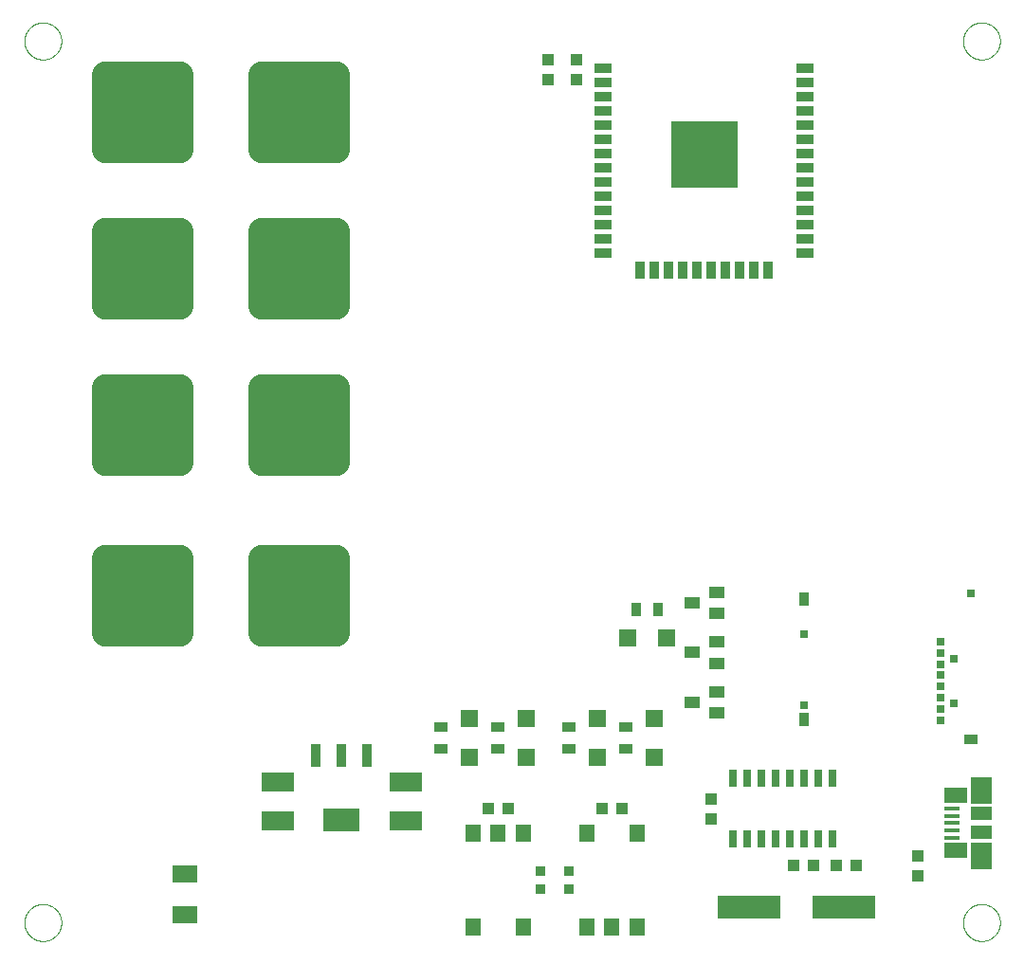
<source format=gtp>
G75*
%MOIN*%
%OFA0B0*%
%FSLAX25Y25*%
%IPPOS*%
%LPD*%
%AMOC8*
5,1,8,0,0,1.08239X$1,22.5*
%
%ADD10R,0.03937X0.03937*%
%ADD11C,0.08858*%
%ADD12C,0.00500*%
%ADD13R,0.11811X0.07087*%
%ADD14R,0.06299X0.05906*%
%ADD15R,0.08583X0.05984*%
%ADD16R,0.03799X0.03799*%
%ADD17R,0.05118X0.03543*%
%ADD18R,0.05512X0.06299*%
%ADD19R,0.05433X0.01772*%
%ADD20R,0.08268X0.05807*%
%ADD21R,0.07480X0.04626*%
%ADD22R,0.07480X0.09350*%
%ADD23R,0.02500X0.06000*%
%ADD24R,0.05906X0.03543*%
%ADD25R,0.03543X0.05906*%
%ADD26R,0.23622X0.23622*%
%ADD27R,0.12795X0.08465*%
%ADD28R,0.03740X0.08465*%
%ADD29R,0.22047X0.08268*%
%ADD30C,0.00000*%
%ADD31R,0.05512X0.03937*%
%ADD32R,0.03543X0.05118*%
%ADD33R,0.05906X0.06299*%
%ADD34R,0.02953X0.02756*%
%ADD35R,0.02559X0.02756*%
%ADD36R,0.04528X0.03366*%
%ADD37R,0.03346X0.04724*%
%ADD38R,0.02953X0.02559*%
%ADD39R,0.03346X0.05118*%
D10*
X0200433Y0088933D03*
X0207433Y0088933D03*
X0240433Y0088933D03*
X0247433Y0088933D03*
X0278933Y0085433D03*
X0278933Y0092433D03*
X0307933Y0068933D03*
X0314933Y0068933D03*
X0322933Y0068933D03*
X0329933Y0068933D03*
X0351433Y0065433D03*
X0351433Y0072433D03*
X0231433Y0345433D03*
X0231433Y0352433D03*
X0221433Y0352433D03*
X0221433Y0345433D03*
D11*
X0147220Y0347220D02*
X0120646Y0347220D01*
X0147220Y0347220D02*
X0147220Y0320646D01*
X0120646Y0320646D01*
X0120646Y0347220D01*
X0120646Y0329503D02*
X0147220Y0329503D01*
X0147220Y0338360D02*
X0120646Y0338360D01*
X0120646Y0347217D02*
X0147220Y0347217D01*
X0092220Y0347220D02*
X0065646Y0347220D01*
X0092220Y0347220D02*
X0092220Y0320646D01*
X0065646Y0320646D01*
X0065646Y0347220D01*
X0065646Y0329503D02*
X0092220Y0329503D01*
X0092220Y0338360D02*
X0065646Y0338360D01*
X0065646Y0347217D02*
X0092220Y0347217D01*
X0092220Y0265646D02*
X0065646Y0265646D01*
X0065646Y0292220D01*
X0092220Y0292220D01*
X0092220Y0265646D01*
X0092220Y0274503D02*
X0065646Y0274503D01*
X0065646Y0283360D02*
X0092220Y0283360D01*
X0092220Y0292217D02*
X0065646Y0292217D01*
X0120646Y0265646D02*
X0147220Y0265646D01*
X0120646Y0265646D02*
X0120646Y0292220D01*
X0147220Y0292220D01*
X0147220Y0265646D01*
X0147220Y0274503D02*
X0120646Y0274503D01*
X0120646Y0283360D02*
X0147220Y0283360D01*
X0147220Y0292217D02*
X0120646Y0292217D01*
X0120646Y0210646D02*
X0147220Y0210646D01*
X0120646Y0210646D02*
X0120646Y0237220D01*
X0147220Y0237220D01*
X0147220Y0210646D01*
X0147220Y0219503D02*
X0120646Y0219503D01*
X0120646Y0228360D02*
X0147220Y0228360D01*
X0147220Y0237217D02*
X0120646Y0237217D01*
X0092220Y0210646D02*
X0065646Y0210646D01*
X0065646Y0237220D01*
X0092220Y0237220D01*
X0092220Y0210646D01*
X0092220Y0219503D02*
X0065646Y0219503D01*
X0065646Y0228360D02*
X0092220Y0228360D01*
X0092220Y0237217D02*
X0065646Y0237217D01*
X0065646Y0150646D02*
X0092220Y0150646D01*
X0065646Y0150646D02*
X0065646Y0177220D01*
X0092220Y0177220D01*
X0092220Y0150646D01*
X0092220Y0159503D02*
X0065646Y0159503D01*
X0065646Y0168360D02*
X0092220Y0168360D01*
X0092220Y0177217D02*
X0065646Y0177217D01*
X0120646Y0150646D02*
X0147220Y0150646D01*
X0120646Y0150646D02*
X0120646Y0177220D01*
X0147220Y0177220D01*
X0147220Y0150646D01*
X0147220Y0159503D02*
X0120646Y0159503D01*
X0120646Y0168360D02*
X0147220Y0168360D01*
X0147220Y0177217D02*
X0120646Y0177217D01*
D12*
X0133933Y0166433D02*
X0133933Y0161433D01*
X0078933Y0161433D02*
X0078933Y0166433D01*
X0078933Y0221433D02*
X0078933Y0226433D01*
X0078933Y0276433D02*
X0078933Y0281433D01*
X0078933Y0331433D02*
X0078933Y0336433D01*
X0133933Y0336433D02*
X0133933Y0331433D01*
X0133933Y0281433D02*
X0133933Y0276433D01*
X0133933Y0226433D02*
X0133933Y0221433D01*
D13*
X0126433Y0098224D03*
X0126433Y0084642D03*
X0171433Y0084642D03*
X0171433Y0098224D03*
D14*
X0193933Y0107043D03*
X0193933Y0120823D03*
X0213933Y0120823D03*
X0213933Y0107043D03*
X0238933Y0107043D03*
X0238933Y0120823D03*
X0258933Y0120823D03*
X0258933Y0107043D03*
D15*
X0093933Y0066138D03*
X0093933Y0051728D03*
D16*
X0218933Y0060833D03*
X0218933Y0067033D03*
X0228933Y0067033D03*
X0228933Y0060833D03*
D17*
X0228933Y0110193D03*
X0228933Y0117673D03*
X0248933Y0117673D03*
X0248933Y0110193D03*
X0203933Y0110193D03*
X0203933Y0117673D03*
X0183933Y0117673D03*
X0183933Y0110193D03*
D18*
X0195075Y0080469D03*
X0203933Y0080469D03*
X0212791Y0080469D03*
X0235075Y0080469D03*
X0252791Y0080469D03*
X0252791Y0047398D03*
X0243933Y0047398D03*
X0235075Y0047398D03*
X0212791Y0047398D03*
X0195075Y0047398D03*
D19*
X0363657Y0078815D03*
X0363657Y0081374D03*
X0363657Y0083933D03*
X0363657Y0086492D03*
X0363657Y0089051D03*
D20*
X0364878Y0093628D03*
X0364878Y0074238D03*
D21*
X0373933Y0080636D03*
X0373933Y0087230D03*
D22*
X0373933Y0095400D03*
X0373933Y0072467D03*
D23*
X0321433Y0078323D03*
X0316433Y0078323D03*
X0311433Y0078323D03*
X0306433Y0078323D03*
X0301433Y0078323D03*
X0296433Y0078323D03*
X0291433Y0078323D03*
X0286433Y0078323D03*
X0286433Y0099543D03*
X0291433Y0099543D03*
X0296433Y0099543D03*
X0301433Y0099543D03*
X0306433Y0099543D03*
X0311433Y0099543D03*
X0316433Y0099543D03*
X0321433Y0099543D03*
D24*
X0311866Y0284248D03*
X0311866Y0289248D03*
X0311866Y0294248D03*
X0311866Y0299248D03*
X0311866Y0304248D03*
X0311866Y0309248D03*
X0311866Y0314248D03*
X0311866Y0319248D03*
X0311866Y0324248D03*
X0311866Y0329248D03*
X0311866Y0334248D03*
X0311866Y0339248D03*
X0311866Y0344248D03*
X0311866Y0349248D03*
X0241000Y0349248D03*
X0241000Y0344248D03*
X0241000Y0339248D03*
X0241000Y0334248D03*
X0241000Y0329248D03*
X0241000Y0324248D03*
X0241000Y0319248D03*
X0241000Y0314248D03*
X0241000Y0309248D03*
X0241000Y0304248D03*
X0241000Y0299248D03*
X0241000Y0294248D03*
X0241000Y0289248D03*
X0241000Y0284248D03*
D25*
X0253933Y0278382D03*
X0258933Y0278382D03*
X0263933Y0278382D03*
X0268933Y0278382D03*
X0273933Y0278382D03*
X0278933Y0278382D03*
X0283933Y0278382D03*
X0288933Y0278382D03*
X0293933Y0278382D03*
X0298933Y0278382D03*
D26*
X0276433Y0318933D03*
D27*
X0148933Y0085016D03*
D28*
X0148933Y0107850D03*
X0157988Y0107850D03*
X0139878Y0107850D03*
D29*
X0292201Y0054327D03*
X0325665Y0054327D03*
D30*
X0037437Y0048933D02*
X0037439Y0049094D01*
X0037445Y0049254D01*
X0037455Y0049415D01*
X0037469Y0049575D01*
X0037487Y0049734D01*
X0037508Y0049894D01*
X0037534Y0050052D01*
X0037564Y0050210D01*
X0037597Y0050367D01*
X0037635Y0050524D01*
X0037676Y0050679D01*
X0037721Y0050833D01*
X0037770Y0050986D01*
X0037823Y0051138D01*
X0037879Y0051288D01*
X0037939Y0051437D01*
X0038003Y0051585D01*
X0038070Y0051731D01*
X0038141Y0051875D01*
X0038216Y0052017D01*
X0038294Y0052158D01*
X0038375Y0052296D01*
X0038460Y0052433D01*
X0038549Y0052567D01*
X0038640Y0052699D01*
X0038735Y0052829D01*
X0038833Y0052956D01*
X0038934Y0053081D01*
X0039038Y0053204D01*
X0039145Y0053323D01*
X0039255Y0053440D01*
X0039368Y0053555D01*
X0039484Y0053666D01*
X0039602Y0053775D01*
X0039723Y0053880D01*
X0039847Y0053983D01*
X0039973Y0054083D01*
X0040102Y0054179D01*
X0040233Y0054272D01*
X0040366Y0054362D01*
X0040501Y0054449D01*
X0040639Y0054532D01*
X0040778Y0054611D01*
X0040920Y0054688D01*
X0041063Y0054761D01*
X0041208Y0054830D01*
X0041355Y0054895D01*
X0041503Y0054957D01*
X0041653Y0055016D01*
X0041804Y0055070D01*
X0041956Y0055121D01*
X0042110Y0055168D01*
X0042265Y0055211D01*
X0042420Y0055250D01*
X0042577Y0055286D01*
X0042735Y0055318D01*
X0042893Y0055345D01*
X0043052Y0055369D01*
X0043211Y0055389D01*
X0043371Y0055405D01*
X0043532Y0055417D01*
X0043692Y0055425D01*
X0043853Y0055429D01*
X0044013Y0055429D01*
X0044174Y0055425D01*
X0044334Y0055417D01*
X0044495Y0055405D01*
X0044655Y0055389D01*
X0044814Y0055369D01*
X0044973Y0055345D01*
X0045131Y0055318D01*
X0045289Y0055286D01*
X0045446Y0055250D01*
X0045601Y0055211D01*
X0045756Y0055168D01*
X0045910Y0055121D01*
X0046062Y0055070D01*
X0046213Y0055016D01*
X0046363Y0054957D01*
X0046511Y0054895D01*
X0046658Y0054830D01*
X0046803Y0054761D01*
X0046946Y0054688D01*
X0047088Y0054611D01*
X0047227Y0054532D01*
X0047365Y0054449D01*
X0047500Y0054362D01*
X0047633Y0054272D01*
X0047764Y0054179D01*
X0047893Y0054083D01*
X0048019Y0053983D01*
X0048143Y0053880D01*
X0048264Y0053775D01*
X0048382Y0053666D01*
X0048498Y0053555D01*
X0048611Y0053440D01*
X0048721Y0053323D01*
X0048828Y0053204D01*
X0048932Y0053081D01*
X0049033Y0052956D01*
X0049131Y0052829D01*
X0049226Y0052699D01*
X0049317Y0052567D01*
X0049406Y0052433D01*
X0049491Y0052296D01*
X0049572Y0052158D01*
X0049650Y0052017D01*
X0049725Y0051875D01*
X0049796Y0051731D01*
X0049863Y0051585D01*
X0049927Y0051437D01*
X0049987Y0051288D01*
X0050043Y0051138D01*
X0050096Y0050986D01*
X0050145Y0050833D01*
X0050190Y0050679D01*
X0050231Y0050524D01*
X0050269Y0050367D01*
X0050302Y0050210D01*
X0050332Y0050052D01*
X0050358Y0049894D01*
X0050379Y0049734D01*
X0050397Y0049575D01*
X0050411Y0049415D01*
X0050421Y0049254D01*
X0050427Y0049094D01*
X0050429Y0048933D01*
X0050427Y0048772D01*
X0050421Y0048612D01*
X0050411Y0048451D01*
X0050397Y0048291D01*
X0050379Y0048132D01*
X0050358Y0047972D01*
X0050332Y0047814D01*
X0050302Y0047656D01*
X0050269Y0047499D01*
X0050231Y0047342D01*
X0050190Y0047187D01*
X0050145Y0047033D01*
X0050096Y0046880D01*
X0050043Y0046728D01*
X0049987Y0046578D01*
X0049927Y0046429D01*
X0049863Y0046281D01*
X0049796Y0046135D01*
X0049725Y0045991D01*
X0049650Y0045849D01*
X0049572Y0045708D01*
X0049491Y0045570D01*
X0049406Y0045433D01*
X0049317Y0045299D01*
X0049226Y0045167D01*
X0049131Y0045037D01*
X0049033Y0044910D01*
X0048932Y0044785D01*
X0048828Y0044662D01*
X0048721Y0044543D01*
X0048611Y0044426D01*
X0048498Y0044311D01*
X0048382Y0044200D01*
X0048264Y0044091D01*
X0048143Y0043986D01*
X0048019Y0043883D01*
X0047893Y0043783D01*
X0047764Y0043687D01*
X0047633Y0043594D01*
X0047500Y0043504D01*
X0047365Y0043417D01*
X0047227Y0043334D01*
X0047088Y0043255D01*
X0046946Y0043178D01*
X0046803Y0043105D01*
X0046658Y0043036D01*
X0046511Y0042971D01*
X0046363Y0042909D01*
X0046213Y0042850D01*
X0046062Y0042796D01*
X0045910Y0042745D01*
X0045756Y0042698D01*
X0045601Y0042655D01*
X0045446Y0042616D01*
X0045289Y0042580D01*
X0045131Y0042548D01*
X0044973Y0042521D01*
X0044814Y0042497D01*
X0044655Y0042477D01*
X0044495Y0042461D01*
X0044334Y0042449D01*
X0044174Y0042441D01*
X0044013Y0042437D01*
X0043853Y0042437D01*
X0043692Y0042441D01*
X0043532Y0042449D01*
X0043371Y0042461D01*
X0043211Y0042477D01*
X0043052Y0042497D01*
X0042893Y0042521D01*
X0042735Y0042548D01*
X0042577Y0042580D01*
X0042420Y0042616D01*
X0042265Y0042655D01*
X0042110Y0042698D01*
X0041956Y0042745D01*
X0041804Y0042796D01*
X0041653Y0042850D01*
X0041503Y0042909D01*
X0041355Y0042971D01*
X0041208Y0043036D01*
X0041063Y0043105D01*
X0040920Y0043178D01*
X0040778Y0043255D01*
X0040639Y0043334D01*
X0040501Y0043417D01*
X0040366Y0043504D01*
X0040233Y0043594D01*
X0040102Y0043687D01*
X0039973Y0043783D01*
X0039847Y0043883D01*
X0039723Y0043986D01*
X0039602Y0044091D01*
X0039484Y0044200D01*
X0039368Y0044311D01*
X0039255Y0044426D01*
X0039145Y0044543D01*
X0039038Y0044662D01*
X0038934Y0044785D01*
X0038833Y0044910D01*
X0038735Y0045037D01*
X0038640Y0045167D01*
X0038549Y0045299D01*
X0038460Y0045433D01*
X0038375Y0045570D01*
X0038294Y0045708D01*
X0038216Y0045849D01*
X0038141Y0045991D01*
X0038070Y0046135D01*
X0038003Y0046281D01*
X0037939Y0046429D01*
X0037879Y0046578D01*
X0037823Y0046728D01*
X0037770Y0046880D01*
X0037721Y0047033D01*
X0037676Y0047187D01*
X0037635Y0047342D01*
X0037597Y0047499D01*
X0037564Y0047656D01*
X0037534Y0047814D01*
X0037508Y0047972D01*
X0037487Y0048132D01*
X0037469Y0048291D01*
X0037455Y0048451D01*
X0037445Y0048612D01*
X0037439Y0048772D01*
X0037437Y0048933D01*
X0037437Y0358933D02*
X0037439Y0359094D01*
X0037445Y0359254D01*
X0037455Y0359415D01*
X0037469Y0359575D01*
X0037487Y0359734D01*
X0037508Y0359894D01*
X0037534Y0360052D01*
X0037564Y0360210D01*
X0037597Y0360367D01*
X0037635Y0360524D01*
X0037676Y0360679D01*
X0037721Y0360833D01*
X0037770Y0360986D01*
X0037823Y0361138D01*
X0037879Y0361288D01*
X0037939Y0361437D01*
X0038003Y0361585D01*
X0038070Y0361731D01*
X0038141Y0361875D01*
X0038216Y0362017D01*
X0038294Y0362158D01*
X0038375Y0362296D01*
X0038460Y0362433D01*
X0038549Y0362567D01*
X0038640Y0362699D01*
X0038735Y0362829D01*
X0038833Y0362956D01*
X0038934Y0363081D01*
X0039038Y0363204D01*
X0039145Y0363323D01*
X0039255Y0363440D01*
X0039368Y0363555D01*
X0039484Y0363666D01*
X0039602Y0363775D01*
X0039723Y0363880D01*
X0039847Y0363983D01*
X0039973Y0364083D01*
X0040102Y0364179D01*
X0040233Y0364272D01*
X0040366Y0364362D01*
X0040501Y0364449D01*
X0040639Y0364532D01*
X0040778Y0364611D01*
X0040920Y0364688D01*
X0041063Y0364761D01*
X0041208Y0364830D01*
X0041355Y0364895D01*
X0041503Y0364957D01*
X0041653Y0365016D01*
X0041804Y0365070D01*
X0041956Y0365121D01*
X0042110Y0365168D01*
X0042265Y0365211D01*
X0042420Y0365250D01*
X0042577Y0365286D01*
X0042735Y0365318D01*
X0042893Y0365345D01*
X0043052Y0365369D01*
X0043211Y0365389D01*
X0043371Y0365405D01*
X0043532Y0365417D01*
X0043692Y0365425D01*
X0043853Y0365429D01*
X0044013Y0365429D01*
X0044174Y0365425D01*
X0044334Y0365417D01*
X0044495Y0365405D01*
X0044655Y0365389D01*
X0044814Y0365369D01*
X0044973Y0365345D01*
X0045131Y0365318D01*
X0045289Y0365286D01*
X0045446Y0365250D01*
X0045601Y0365211D01*
X0045756Y0365168D01*
X0045910Y0365121D01*
X0046062Y0365070D01*
X0046213Y0365016D01*
X0046363Y0364957D01*
X0046511Y0364895D01*
X0046658Y0364830D01*
X0046803Y0364761D01*
X0046946Y0364688D01*
X0047088Y0364611D01*
X0047227Y0364532D01*
X0047365Y0364449D01*
X0047500Y0364362D01*
X0047633Y0364272D01*
X0047764Y0364179D01*
X0047893Y0364083D01*
X0048019Y0363983D01*
X0048143Y0363880D01*
X0048264Y0363775D01*
X0048382Y0363666D01*
X0048498Y0363555D01*
X0048611Y0363440D01*
X0048721Y0363323D01*
X0048828Y0363204D01*
X0048932Y0363081D01*
X0049033Y0362956D01*
X0049131Y0362829D01*
X0049226Y0362699D01*
X0049317Y0362567D01*
X0049406Y0362433D01*
X0049491Y0362296D01*
X0049572Y0362158D01*
X0049650Y0362017D01*
X0049725Y0361875D01*
X0049796Y0361731D01*
X0049863Y0361585D01*
X0049927Y0361437D01*
X0049987Y0361288D01*
X0050043Y0361138D01*
X0050096Y0360986D01*
X0050145Y0360833D01*
X0050190Y0360679D01*
X0050231Y0360524D01*
X0050269Y0360367D01*
X0050302Y0360210D01*
X0050332Y0360052D01*
X0050358Y0359894D01*
X0050379Y0359734D01*
X0050397Y0359575D01*
X0050411Y0359415D01*
X0050421Y0359254D01*
X0050427Y0359094D01*
X0050429Y0358933D01*
X0050427Y0358772D01*
X0050421Y0358612D01*
X0050411Y0358451D01*
X0050397Y0358291D01*
X0050379Y0358132D01*
X0050358Y0357972D01*
X0050332Y0357814D01*
X0050302Y0357656D01*
X0050269Y0357499D01*
X0050231Y0357342D01*
X0050190Y0357187D01*
X0050145Y0357033D01*
X0050096Y0356880D01*
X0050043Y0356728D01*
X0049987Y0356578D01*
X0049927Y0356429D01*
X0049863Y0356281D01*
X0049796Y0356135D01*
X0049725Y0355991D01*
X0049650Y0355849D01*
X0049572Y0355708D01*
X0049491Y0355570D01*
X0049406Y0355433D01*
X0049317Y0355299D01*
X0049226Y0355167D01*
X0049131Y0355037D01*
X0049033Y0354910D01*
X0048932Y0354785D01*
X0048828Y0354662D01*
X0048721Y0354543D01*
X0048611Y0354426D01*
X0048498Y0354311D01*
X0048382Y0354200D01*
X0048264Y0354091D01*
X0048143Y0353986D01*
X0048019Y0353883D01*
X0047893Y0353783D01*
X0047764Y0353687D01*
X0047633Y0353594D01*
X0047500Y0353504D01*
X0047365Y0353417D01*
X0047227Y0353334D01*
X0047088Y0353255D01*
X0046946Y0353178D01*
X0046803Y0353105D01*
X0046658Y0353036D01*
X0046511Y0352971D01*
X0046363Y0352909D01*
X0046213Y0352850D01*
X0046062Y0352796D01*
X0045910Y0352745D01*
X0045756Y0352698D01*
X0045601Y0352655D01*
X0045446Y0352616D01*
X0045289Y0352580D01*
X0045131Y0352548D01*
X0044973Y0352521D01*
X0044814Y0352497D01*
X0044655Y0352477D01*
X0044495Y0352461D01*
X0044334Y0352449D01*
X0044174Y0352441D01*
X0044013Y0352437D01*
X0043853Y0352437D01*
X0043692Y0352441D01*
X0043532Y0352449D01*
X0043371Y0352461D01*
X0043211Y0352477D01*
X0043052Y0352497D01*
X0042893Y0352521D01*
X0042735Y0352548D01*
X0042577Y0352580D01*
X0042420Y0352616D01*
X0042265Y0352655D01*
X0042110Y0352698D01*
X0041956Y0352745D01*
X0041804Y0352796D01*
X0041653Y0352850D01*
X0041503Y0352909D01*
X0041355Y0352971D01*
X0041208Y0353036D01*
X0041063Y0353105D01*
X0040920Y0353178D01*
X0040778Y0353255D01*
X0040639Y0353334D01*
X0040501Y0353417D01*
X0040366Y0353504D01*
X0040233Y0353594D01*
X0040102Y0353687D01*
X0039973Y0353783D01*
X0039847Y0353883D01*
X0039723Y0353986D01*
X0039602Y0354091D01*
X0039484Y0354200D01*
X0039368Y0354311D01*
X0039255Y0354426D01*
X0039145Y0354543D01*
X0039038Y0354662D01*
X0038934Y0354785D01*
X0038833Y0354910D01*
X0038735Y0355037D01*
X0038640Y0355167D01*
X0038549Y0355299D01*
X0038460Y0355433D01*
X0038375Y0355570D01*
X0038294Y0355708D01*
X0038216Y0355849D01*
X0038141Y0355991D01*
X0038070Y0356135D01*
X0038003Y0356281D01*
X0037939Y0356429D01*
X0037879Y0356578D01*
X0037823Y0356728D01*
X0037770Y0356880D01*
X0037721Y0357033D01*
X0037676Y0357187D01*
X0037635Y0357342D01*
X0037597Y0357499D01*
X0037564Y0357656D01*
X0037534Y0357814D01*
X0037508Y0357972D01*
X0037487Y0358132D01*
X0037469Y0358291D01*
X0037455Y0358451D01*
X0037445Y0358612D01*
X0037439Y0358772D01*
X0037437Y0358933D01*
X0367437Y0358933D02*
X0367439Y0359094D01*
X0367445Y0359254D01*
X0367455Y0359415D01*
X0367469Y0359575D01*
X0367487Y0359734D01*
X0367508Y0359894D01*
X0367534Y0360052D01*
X0367564Y0360210D01*
X0367597Y0360367D01*
X0367635Y0360524D01*
X0367676Y0360679D01*
X0367721Y0360833D01*
X0367770Y0360986D01*
X0367823Y0361138D01*
X0367879Y0361288D01*
X0367939Y0361437D01*
X0368003Y0361585D01*
X0368070Y0361731D01*
X0368141Y0361875D01*
X0368216Y0362017D01*
X0368294Y0362158D01*
X0368375Y0362296D01*
X0368460Y0362433D01*
X0368549Y0362567D01*
X0368640Y0362699D01*
X0368735Y0362829D01*
X0368833Y0362956D01*
X0368934Y0363081D01*
X0369038Y0363204D01*
X0369145Y0363323D01*
X0369255Y0363440D01*
X0369368Y0363555D01*
X0369484Y0363666D01*
X0369602Y0363775D01*
X0369723Y0363880D01*
X0369847Y0363983D01*
X0369973Y0364083D01*
X0370102Y0364179D01*
X0370233Y0364272D01*
X0370366Y0364362D01*
X0370501Y0364449D01*
X0370639Y0364532D01*
X0370778Y0364611D01*
X0370920Y0364688D01*
X0371063Y0364761D01*
X0371208Y0364830D01*
X0371355Y0364895D01*
X0371503Y0364957D01*
X0371653Y0365016D01*
X0371804Y0365070D01*
X0371956Y0365121D01*
X0372110Y0365168D01*
X0372265Y0365211D01*
X0372420Y0365250D01*
X0372577Y0365286D01*
X0372735Y0365318D01*
X0372893Y0365345D01*
X0373052Y0365369D01*
X0373211Y0365389D01*
X0373371Y0365405D01*
X0373532Y0365417D01*
X0373692Y0365425D01*
X0373853Y0365429D01*
X0374013Y0365429D01*
X0374174Y0365425D01*
X0374334Y0365417D01*
X0374495Y0365405D01*
X0374655Y0365389D01*
X0374814Y0365369D01*
X0374973Y0365345D01*
X0375131Y0365318D01*
X0375289Y0365286D01*
X0375446Y0365250D01*
X0375601Y0365211D01*
X0375756Y0365168D01*
X0375910Y0365121D01*
X0376062Y0365070D01*
X0376213Y0365016D01*
X0376363Y0364957D01*
X0376511Y0364895D01*
X0376658Y0364830D01*
X0376803Y0364761D01*
X0376946Y0364688D01*
X0377088Y0364611D01*
X0377227Y0364532D01*
X0377365Y0364449D01*
X0377500Y0364362D01*
X0377633Y0364272D01*
X0377764Y0364179D01*
X0377893Y0364083D01*
X0378019Y0363983D01*
X0378143Y0363880D01*
X0378264Y0363775D01*
X0378382Y0363666D01*
X0378498Y0363555D01*
X0378611Y0363440D01*
X0378721Y0363323D01*
X0378828Y0363204D01*
X0378932Y0363081D01*
X0379033Y0362956D01*
X0379131Y0362829D01*
X0379226Y0362699D01*
X0379317Y0362567D01*
X0379406Y0362433D01*
X0379491Y0362296D01*
X0379572Y0362158D01*
X0379650Y0362017D01*
X0379725Y0361875D01*
X0379796Y0361731D01*
X0379863Y0361585D01*
X0379927Y0361437D01*
X0379987Y0361288D01*
X0380043Y0361138D01*
X0380096Y0360986D01*
X0380145Y0360833D01*
X0380190Y0360679D01*
X0380231Y0360524D01*
X0380269Y0360367D01*
X0380302Y0360210D01*
X0380332Y0360052D01*
X0380358Y0359894D01*
X0380379Y0359734D01*
X0380397Y0359575D01*
X0380411Y0359415D01*
X0380421Y0359254D01*
X0380427Y0359094D01*
X0380429Y0358933D01*
X0380427Y0358772D01*
X0380421Y0358612D01*
X0380411Y0358451D01*
X0380397Y0358291D01*
X0380379Y0358132D01*
X0380358Y0357972D01*
X0380332Y0357814D01*
X0380302Y0357656D01*
X0380269Y0357499D01*
X0380231Y0357342D01*
X0380190Y0357187D01*
X0380145Y0357033D01*
X0380096Y0356880D01*
X0380043Y0356728D01*
X0379987Y0356578D01*
X0379927Y0356429D01*
X0379863Y0356281D01*
X0379796Y0356135D01*
X0379725Y0355991D01*
X0379650Y0355849D01*
X0379572Y0355708D01*
X0379491Y0355570D01*
X0379406Y0355433D01*
X0379317Y0355299D01*
X0379226Y0355167D01*
X0379131Y0355037D01*
X0379033Y0354910D01*
X0378932Y0354785D01*
X0378828Y0354662D01*
X0378721Y0354543D01*
X0378611Y0354426D01*
X0378498Y0354311D01*
X0378382Y0354200D01*
X0378264Y0354091D01*
X0378143Y0353986D01*
X0378019Y0353883D01*
X0377893Y0353783D01*
X0377764Y0353687D01*
X0377633Y0353594D01*
X0377500Y0353504D01*
X0377365Y0353417D01*
X0377227Y0353334D01*
X0377088Y0353255D01*
X0376946Y0353178D01*
X0376803Y0353105D01*
X0376658Y0353036D01*
X0376511Y0352971D01*
X0376363Y0352909D01*
X0376213Y0352850D01*
X0376062Y0352796D01*
X0375910Y0352745D01*
X0375756Y0352698D01*
X0375601Y0352655D01*
X0375446Y0352616D01*
X0375289Y0352580D01*
X0375131Y0352548D01*
X0374973Y0352521D01*
X0374814Y0352497D01*
X0374655Y0352477D01*
X0374495Y0352461D01*
X0374334Y0352449D01*
X0374174Y0352441D01*
X0374013Y0352437D01*
X0373853Y0352437D01*
X0373692Y0352441D01*
X0373532Y0352449D01*
X0373371Y0352461D01*
X0373211Y0352477D01*
X0373052Y0352497D01*
X0372893Y0352521D01*
X0372735Y0352548D01*
X0372577Y0352580D01*
X0372420Y0352616D01*
X0372265Y0352655D01*
X0372110Y0352698D01*
X0371956Y0352745D01*
X0371804Y0352796D01*
X0371653Y0352850D01*
X0371503Y0352909D01*
X0371355Y0352971D01*
X0371208Y0353036D01*
X0371063Y0353105D01*
X0370920Y0353178D01*
X0370778Y0353255D01*
X0370639Y0353334D01*
X0370501Y0353417D01*
X0370366Y0353504D01*
X0370233Y0353594D01*
X0370102Y0353687D01*
X0369973Y0353783D01*
X0369847Y0353883D01*
X0369723Y0353986D01*
X0369602Y0354091D01*
X0369484Y0354200D01*
X0369368Y0354311D01*
X0369255Y0354426D01*
X0369145Y0354543D01*
X0369038Y0354662D01*
X0368934Y0354785D01*
X0368833Y0354910D01*
X0368735Y0355037D01*
X0368640Y0355167D01*
X0368549Y0355299D01*
X0368460Y0355433D01*
X0368375Y0355570D01*
X0368294Y0355708D01*
X0368216Y0355849D01*
X0368141Y0355991D01*
X0368070Y0356135D01*
X0368003Y0356281D01*
X0367939Y0356429D01*
X0367879Y0356578D01*
X0367823Y0356728D01*
X0367770Y0356880D01*
X0367721Y0357033D01*
X0367676Y0357187D01*
X0367635Y0357342D01*
X0367597Y0357499D01*
X0367564Y0357656D01*
X0367534Y0357814D01*
X0367508Y0357972D01*
X0367487Y0358132D01*
X0367469Y0358291D01*
X0367455Y0358451D01*
X0367445Y0358612D01*
X0367439Y0358772D01*
X0367437Y0358933D01*
X0367437Y0048933D02*
X0367439Y0049094D01*
X0367445Y0049254D01*
X0367455Y0049415D01*
X0367469Y0049575D01*
X0367487Y0049734D01*
X0367508Y0049894D01*
X0367534Y0050052D01*
X0367564Y0050210D01*
X0367597Y0050367D01*
X0367635Y0050524D01*
X0367676Y0050679D01*
X0367721Y0050833D01*
X0367770Y0050986D01*
X0367823Y0051138D01*
X0367879Y0051288D01*
X0367939Y0051437D01*
X0368003Y0051585D01*
X0368070Y0051731D01*
X0368141Y0051875D01*
X0368216Y0052017D01*
X0368294Y0052158D01*
X0368375Y0052296D01*
X0368460Y0052433D01*
X0368549Y0052567D01*
X0368640Y0052699D01*
X0368735Y0052829D01*
X0368833Y0052956D01*
X0368934Y0053081D01*
X0369038Y0053204D01*
X0369145Y0053323D01*
X0369255Y0053440D01*
X0369368Y0053555D01*
X0369484Y0053666D01*
X0369602Y0053775D01*
X0369723Y0053880D01*
X0369847Y0053983D01*
X0369973Y0054083D01*
X0370102Y0054179D01*
X0370233Y0054272D01*
X0370366Y0054362D01*
X0370501Y0054449D01*
X0370639Y0054532D01*
X0370778Y0054611D01*
X0370920Y0054688D01*
X0371063Y0054761D01*
X0371208Y0054830D01*
X0371355Y0054895D01*
X0371503Y0054957D01*
X0371653Y0055016D01*
X0371804Y0055070D01*
X0371956Y0055121D01*
X0372110Y0055168D01*
X0372265Y0055211D01*
X0372420Y0055250D01*
X0372577Y0055286D01*
X0372735Y0055318D01*
X0372893Y0055345D01*
X0373052Y0055369D01*
X0373211Y0055389D01*
X0373371Y0055405D01*
X0373532Y0055417D01*
X0373692Y0055425D01*
X0373853Y0055429D01*
X0374013Y0055429D01*
X0374174Y0055425D01*
X0374334Y0055417D01*
X0374495Y0055405D01*
X0374655Y0055389D01*
X0374814Y0055369D01*
X0374973Y0055345D01*
X0375131Y0055318D01*
X0375289Y0055286D01*
X0375446Y0055250D01*
X0375601Y0055211D01*
X0375756Y0055168D01*
X0375910Y0055121D01*
X0376062Y0055070D01*
X0376213Y0055016D01*
X0376363Y0054957D01*
X0376511Y0054895D01*
X0376658Y0054830D01*
X0376803Y0054761D01*
X0376946Y0054688D01*
X0377088Y0054611D01*
X0377227Y0054532D01*
X0377365Y0054449D01*
X0377500Y0054362D01*
X0377633Y0054272D01*
X0377764Y0054179D01*
X0377893Y0054083D01*
X0378019Y0053983D01*
X0378143Y0053880D01*
X0378264Y0053775D01*
X0378382Y0053666D01*
X0378498Y0053555D01*
X0378611Y0053440D01*
X0378721Y0053323D01*
X0378828Y0053204D01*
X0378932Y0053081D01*
X0379033Y0052956D01*
X0379131Y0052829D01*
X0379226Y0052699D01*
X0379317Y0052567D01*
X0379406Y0052433D01*
X0379491Y0052296D01*
X0379572Y0052158D01*
X0379650Y0052017D01*
X0379725Y0051875D01*
X0379796Y0051731D01*
X0379863Y0051585D01*
X0379927Y0051437D01*
X0379987Y0051288D01*
X0380043Y0051138D01*
X0380096Y0050986D01*
X0380145Y0050833D01*
X0380190Y0050679D01*
X0380231Y0050524D01*
X0380269Y0050367D01*
X0380302Y0050210D01*
X0380332Y0050052D01*
X0380358Y0049894D01*
X0380379Y0049734D01*
X0380397Y0049575D01*
X0380411Y0049415D01*
X0380421Y0049254D01*
X0380427Y0049094D01*
X0380429Y0048933D01*
X0380427Y0048772D01*
X0380421Y0048612D01*
X0380411Y0048451D01*
X0380397Y0048291D01*
X0380379Y0048132D01*
X0380358Y0047972D01*
X0380332Y0047814D01*
X0380302Y0047656D01*
X0380269Y0047499D01*
X0380231Y0047342D01*
X0380190Y0047187D01*
X0380145Y0047033D01*
X0380096Y0046880D01*
X0380043Y0046728D01*
X0379987Y0046578D01*
X0379927Y0046429D01*
X0379863Y0046281D01*
X0379796Y0046135D01*
X0379725Y0045991D01*
X0379650Y0045849D01*
X0379572Y0045708D01*
X0379491Y0045570D01*
X0379406Y0045433D01*
X0379317Y0045299D01*
X0379226Y0045167D01*
X0379131Y0045037D01*
X0379033Y0044910D01*
X0378932Y0044785D01*
X0378828Y0044662D01*
X0378721Y0044543D01*
X0378611Y0044426D01*
X0378498Y0044311D01*
X0378382Y0044200D01*
X0378264Y0044091D01*
X0378143Y0043986D01*
X0378019Y0043883D01*
X0377893Y0043783D01*
X0377764Y0043687D01*
X0377633Y0043594D01*
X0377500Y0043504D01*
X0377365Y0043417D01*
X0377227Y0043334D01*
X0377088Y0043255D01*
X0376946Y0043178D01*
X0376803Y0043105D01*
X0376658Y0043036D01*
X0376511Y0042971D01*
X0376363Y0042909D01*
X0376213Y0042850D01*
X0376062Y0042796D01*
X0375910Y0042745D01*
X0375756Y0042698D01*
X0375601Y0042655D01*
X0375446Y0042616D01*
X0375289Y0042580D01*
X0375131Y0042548D01*
X0374973Y0042521D01*
X0374814Y0042497D01*
X0374655Y0042477D01*
X0374495Y0042461D01*
X0374334Y0042449D01*
X0374174Y0042441D01*
X0374013Y0042437D01*
X0373853Y0042437D01*
X0373692Y0042441D01*
X0373532Y0042449D01*
X0373371Y0042461D01*
X0373211Y0042477D01*
X0373052Y0042497D01*
X0372893Y0042521D01*
X0372735Y0042548D01*
X0372577Y0042580D01*
X0372420Y0042616D01*
X0372265Y0042655D01*
X0372110Y0042698D01*
X0371956Y0042745D01*
X0371804Y0042796D01*
X0371653Y0042850D01*
X0371503Y0042909D01*
X0371355Y0042971D01*
X0371208Y0043036D01*
X0371063Y0043105D01*
X0370920Y0043178D01*
X0370778Y0043255D01*
X0370639Y0043334D01*
X0370501Y0043417D01*
X0370366Y0043504D01*
X0370233Y0043594D01*
X0370102Y0043687D01*
X0369973Y0043783D01*
X0369847Y0043883D01*
X0369723Y0043986D01*
X0369602Y0044091D01*
X0369484Y0044200D01*
X0369368Y0044311D01*
X0369255Y0044426D01*
X0369145Y0044543D01*
X0369038Y0044662D01*
X0368934Y0044785D01*
X0368833Y0044910D01*
X0368735Y0045037D01*
X0368640Y0045167D01*
X0368549Y0045299D01*
X0368460Y0045433D01*
X0368375Y0045570D01*
X0368294Y0045708D01*
X0368216Y0045849D01*
X0368141Y0045991D01*
X0368070Y0046135D01*
X0368003Y0046281D01*
X0367939Y0046429D01*
X0367879Y0046578D01*
X0367823Y0046728D01*
X0367770Y0046880D01*
X0367721Y0047033D01*
X0367676Y0047187D01*
X0367635Y0047342D01*
X0367597Y0047499D01*
X0367564Y0047656D01*
X0367534Y0047814D01*
X0367508Y0047972D01*
X0367487Y0048132D01*
X0367469Y0048291D01*
X0367455Y0048451D01*
X0367445Y0048612D01*
X0367439Y0048772D01*
X0367437Y0048933D01*
D31*
X0280764Y0122693D03*
X0280764Y0130173D03*
X0280764Y0140193D03*
X0280764Y0147673D03*
X0272102Y0143933D03*
X0280764Y0157693D03*
X0280764Y0165173D03*
X0272102Y0161433D03*
X0272102Y0126433D03*
D32*
X0260173Y0158933D03*
X0252693Y0158933D03*
D33*
X0249543Y0148933D03*
X0263323Y0148933D03*
D34*
X0359425Y0147693D03*
X0359425Y0143756D03*
X0359425Y0139819D03*
X0359425Y0135882D03*
X0359425Y0131945D03*
X0359425Y0128008D03*
X0359425Y0124071D03*
X0359425Y0120134D03*
D35*
X0364150Y0126039D03*
X0364150Y0141787D03*
X0370252Y0164819D03*
D36*
X0370055Y0113283D03*
D37*
X0311591Y0120380D03*
D38*
X0311394Y0125252D03*
X0311394Y0150252D03*
D39*
X0311591Y0162604D03*
M02*

</source>
